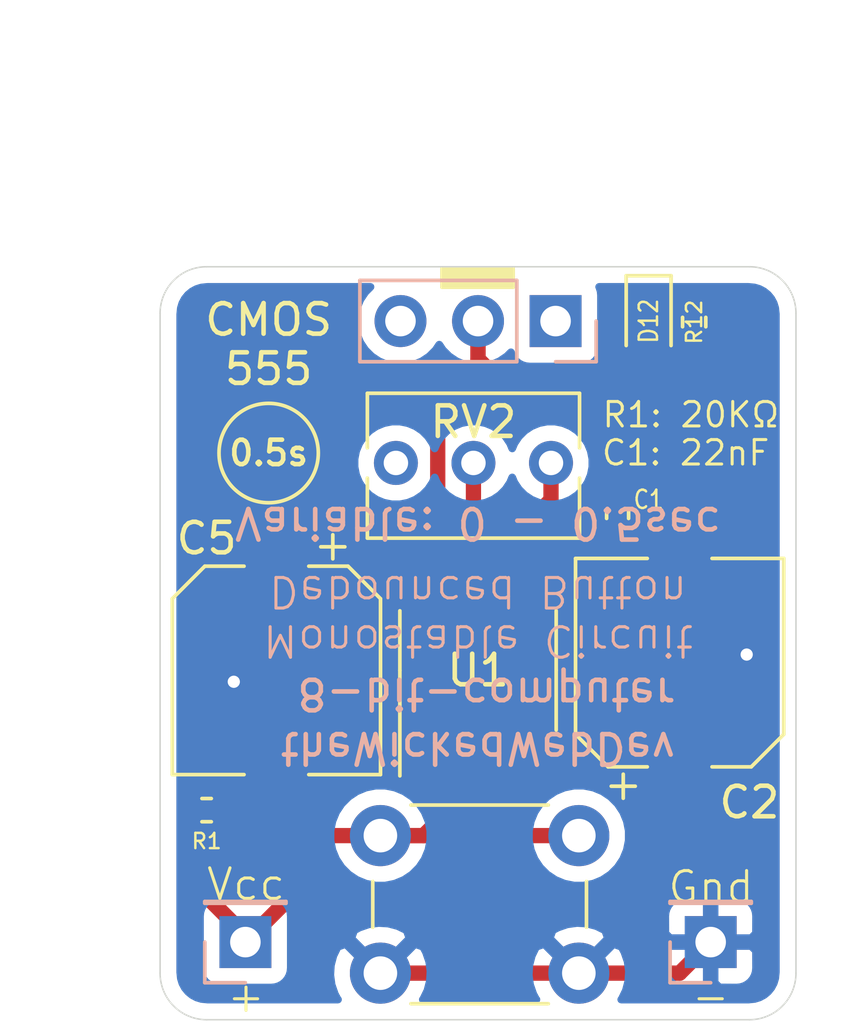
<source format=kicad_pcb>
(kicad_pcb (version 20211014) (generator pcbnew)
  (layers (0 "F.Cu" signal) (31 "B.Cu" signal) (34 "B.Paste" user) (35 "F.Paste" user) (36 "B.SilkS" user "B.Silkscreen") (37 "F.SilkS" user "F.Silkscreen") (38 "B.Mask" user) (39 "F.Mask" user) (44 "Edge.Cuts" user))
  (net 0 "")
  (net 1 "VCC")
  (net 2 "GND")
  (net 3 "Net-(C1-Pad1)")
  (net 4 "Net-(C2-Pad1)")
  (net 5 "CLOCK")
  (net 6 "Net-(D12-Pad1)")
  (net 7 "Net-(R1-Pad2)")
  (net 8 "Net-(RV2-Pad3)")
  (net 9 "Net-(J2-Pad3)")
  (net 10 "Net-(J2-Pad1)")
  (footprint "Capacitor_SMD:C_0402_1005Metric" (layer "F.Cu") (at 215.392 83.058 90)
    (fp_text reference "C1" (at 0.508 1.016 180) (layer "F.SilkS") (effects (font (size 0.6 0.5) (thickness 0.08))))
    (fp_text value "0402B102K500NT")
    (fp_line (start -0.107836 0.36) (end 0.107836 0.36) (layer "F.SilkS") (width 0.12))
    (fp_line (start -0.107836 -0.36) (end 0.107836 -0.36) (layer "F.SilkS") (width 0.12))
    (pad "1" smd roundrect locked (at -0.48 0 90) (size 0.56 0.62) (layers "F.Cu" "F.Paste" "F.Mask") (net 3 "Net-(C1-Pad1)"))
    (pad "2" smd roundrect locked (at 0.48 0 90) (size 0.56 0.62) (layers "F.Cu" "F.Paste" "F.Mask") (net 2 "GND"))
  )
  (footprint "Capacitor_SMD:CP_Elec_6.3x5.4" (layer "F.Cu") (at 217.424 87.884 90)
    (fp_text reference "C2" (at -4.572 2.286) (layer "F.SilkS"))
    (fp_text value "CS1V220M-CRE54")
    (fp_line (start -2.345563 -3.41) (end 3.41 -3.41) (layer "F.SilkS") (width 0.12))
    (fp_line (start 3.41 3.41) (end 3.41 1.06) (layer "F.SilkS") (width 0.12))
    (fp_line (start -3.41 -2.345563) (end -2.345563 -3.41) (layer "F.SilkS") (width 0.12))
    (fp_line (start -4.4375 -1.8475) (end -3.65 -1.8475) (layer "F.SilkS") (width 0.12))
    (fp_line (start -3.41 -2.345563) (end -3.41 -1.06) (layer "F.SilkS") (width 0.12))
    (fp_line (start 3.41 -3.41) (end 3.41 -1.06) (layer "F.SilkS") (width 0.12))
    (fp_line (start -3.41 2.345563) (end -3.41 1.06) (layer "F.SilkS") (width 0.12))
    (fp_line (start -4.04375 -2.24125) (end -4.04375 -1.45375) (layer "F.SilkS") (width 0.12))
    (fp_line (start -3.41 2.345563) (end -2.345563 3.41) (layer "F.SilkS") (width 0.12))
    (fp_line (start -2.345563 3.41) (end 3.41 3.41) (layer "F.SilkS") (width 0.12))
    (pad "1" smd roundrect locked (at -2.8 0 90) (size 3.5 1.6) (layers "F.Cu" "F.Paste" "F.Mask") (roundrect_rratio 0.15625) (net 4 "Net-(C2-Pad1)"))
    (pad "2" smd roundrect locked (at 2.8 0 90) (size 3.5 1.6) (layers "F.Cu" "F.Paste" "F.Mask") (roundrect_rratio 0.15625) (net 2 "GND"))
  )
  (footprint "Capacitor_SMD:CP_Elec_6.3x7.7" (layer "F.Cu") (at 204.216 88.138 -90)
    (fp_text reference "C5" (at -4.318 2.286 180) (layer "F.SilkS"))
    (fp_text value "CS1A471M-CRE77")
    (fp_line (start -2.345563 -3.41) (end 3.41 -3.41) (layer "F.SilkS") (width 0.12))
    (fp_line (start -3.41 -2.345563) (end -3.41 -1.06) (layer "F.SilkS") (width 0.12))
    (fp_line (start 3.41 -3.41) (end 3.41 -1.06) (layer "F.SilkS") (width 0.12))
    (fp_line (start -4.4375 -1.8475) (end -3.65 -1.8475) (layer "F.SilkS") (width 0.12))
    (fp_line (start -3.41 2.345563) (end -3.41 1.06) (layer "F.SilkS") (width 0.12))
    (fp_line (start -2.345563 3.41) (end 3.41 3.41) (layer "F.SilkS") (width 0.12))
    (fp_line (start -4.04375 -2.24125) (end -4.04375 -1.45375) (layer "F.SilkS") (width 0.12))
    (fp_line (start 3.41 3.41) (end 3.41 1.06) (layer "F.SilkS") (width 0.12))
    (fp_line (start -3.41 2.345563) (end -2.345563 3.41) (layer "F.SilkS") (width 0.12))
    (fp_line (start -3.41 -2.345563) (end -2.345563 -3.41) (layer "F.SilkS") (width 0.12))
    (pad "1" smd roundrect locked (at -2.7 0 270) (size 3.5 1.6) (layers "F.Cu" "F.Paste" "F.Mask") (roundrect_rratio 0.15625) (net 1 "VCC"))
    (pad "2" smd roundrect locked (at 2.7 0 270) (size 3.5 1.6) (layers "F.Cu" "F.Paste" "F.Mask") (roundrect_rratio 0.15625) (net 2 "GND"))
  )
  (footprint "LED_SMD:LED_0603_1608Metric" (layer "F.Cu") (at 216.408 76.708 -90)
    (fp_text reference "D12" (at 0 0 90) (layer "F.SilkS") (effects (font (size 0.6 0.5) (thickness 0.08))))
    (fp_text value "19-217/BHC-ZL1M2RY/3T")
    (fp_line (start 0.8 -0.735) (end -1.485 -0.735) (layer "F.SilkS") (width 0.12))
    (fp_line (start -1.485 0.735) (end 0.8 0.735) (layer "F.SilkS") (width 0.12))
    (fp_line (start -1.485 -0.735) (end -1.485 0.735) (layer "F.SilkS") (width 0.12))
    (pad "1" smd roundrect locked (at -0.7875 0 270) (size 0.875 0.95) (layers "F.Cu" "F.Paste" "F.Mask") (net 6 "Net-(D12-Pad1)"))
    (pad "2" smd roundrect locked (at 0.7875 0 270) (size 0.875 0.95) (layers "F.Cu" "F.Paste" "F.Mask") (net 5 "CLOCK"))
  )
  (footprint "Resistor_SMD:R_0402_1005Metric" (layer "F.Cu") (at 217.9 76.74 -90)
    (fp_text reference "R12" (at 0 0 -90) (layer "F.SilkS") (effects (font (size 0.5 0.5) (thickness 0.08))))
    (fp_text value "0402WGF1001TCE")
    (fp_line (start -0.153641 -0.38) (end 0.153641 -0.38) (layer "F.SilkS") (width 0.12))
    (fp_line (start -0.153641 0.38) (end 0.153641 0.38) (layer "F.SilkS") (width 0.12))
    (pad "1" smd roundrect locked (at -0.51 0 270) (size 0.54 0.64) (layers "F.Cu" "F.Paste" "F.Mask") (net 6 "Net-(D12-Pad1)"))
    (pad "2" smd roundrect locked (at 0.51 0 270) (size 0.54 0.64) (layers "F.Cu" "F.Paste" "F.Mask") (net 2 "GND"))
  )
  (footprint "Package_SO:SOIC-8_3.9x4.9mm_P1.27mm" (layer "F.Cu") (at 210.82 88.138 90)
    (fp_text reference "U1" (at 0 0 180) (layer "F.SilkS"))
    (fp_text value "LMC555CMX/NOPB")
    (fp_line (start 0 -2.56) (end 1.95 -2.56) (layer "F.SilkS") (width 0.12))
    (fp_line (start 0 2.56) (end -1.95 2.56) (layer "F.SilkS") (width 0.12))
    (fp_line (start 0 2.56) (end 1.95 2.56) (layer "F.SilkS") (width 0.12))
    (fp_line (start 0 -2.56) (end -3.45 -2.56) (layer "F.SilkS") (width 0.12))
    (pad "1" smd roundrect locked (at -2.475 -1.905 90) (size 1.95 0.6) (layers "F.Cu" "F.Paste" "F.Mask") (net 2 "GND"))
    (pad "2" smd roundrect locked (at -2.475 -0.635 90) (size 1.95 0.6) (layers "F.Cu" "F.Paste" "F.Mask") (net 7 "Net-(R1-Pad2)"))
    (pad "3" smd roundrect locked (at -2.475 0.635 90) (size 1.95 0.6) (layers "F.Cu" "F.Paste" "F.Mask") (net 5 "CLOCK"))
    (pad "4" smd roundrect locked (at -2.475 1.905 90) (size 1.95 0.6) (layers "F.Cu" "F.Paste" "F.Mask") (net 1 "VCC"))
    (pad "5" smd roundrect locked (at 2.475 1.905 90) (size 1.95 0.6) (layers "F.Cu" "F.Paste" "F.Mask") (net 3 "Net-(C1-Pad1)"))
    (pad "6" smd roundrect locked (at 2.475 0.635 90) (size 1.95 0.6) (layers "F.Cu" "F.Paste" "F.Mask") (net 4 "Net-(C2-Pad1)"))
    (pad "7" smd roundrect locked (at 2.475 -0.635 90) (size 1.95 0.6) (layers "F.Cu" "F.Paste" "F.Mask") (net 4 "Net-(C2-Pad1)"))
    (pad "8" smd roundrect locked (at 2.475 -1.905 90) (size 1.95 0.6) (layers "F.Cu" "F.Paste" "F.Mask") (net 1 "VCC"))
  )
  (footprint "Resistor_SMD:R_0402_1005Metric" (layer "F.Cu") (at 201.93 92.71)
    (fp_text reference "R1" (at 0 1.016) (layer "F.SilkS") (effects (font (size 0.5 0.5) (thickness 0.08))))
    (fp_text value "0402WGF1002TCE")
    (fp_line (start -0.153641 0.38) (end 0.153641 0.38) (layer "F.SilkS") (width 0.12))
    (fp_line (start -0.153641 -0.38) (end 0.153641 -0.38) (layer "F.SilkS") (width 0.12))
    (pad "1" smd roundrect locked (at -0.51 0) (size 0.54 0.64) (layers "F.Cu" "F.Paste" "F.Mask") (net 1 "VCC"))
    (pad "2" smd roundrect locked (at 0.51 0) (size 0.54 0.64) (layers "F.Cu" "F.Paste" "F.Mask") (net 7 "Net-(R1-Pad2)"))
  )
  (footprint "Potentiometer_THT:Potentiometer_Bourns_3266Y_Vertical" (layer "F.Cu") (at 213.21 81.35)
    (fp_text reference "RV2" (at -2.54 -1.34) (layer "F.SilkS"))
    (fp_text value "3296W-1-203")
    (fp_line (start 0.935 0.496) (end 0.935 2.46) (layer "F.SilkS") (width 0.12))
    (fp_line (start -6.015 2.46) (end 0.935 2.46) (layer "F.SilkS") (width 0.12))
    (fp_line (start -6.015 0.496) (end -6.015 2.46) (layer "F.SilkS") (width 0.12))
    (fp_line (start -6.015 -2.28) (end -6.015 -0.494) (layer "F.SilkS") (width 0.12))
    (fp_line (start 0.935 -2.28) (end 0.935 -0.494) (layer "F.SilkS") (width 0.12))
    (fp_line (start -6.015 -2.28) (end 0.935 -2.28) (layer "F.SilkS") (width 0.12))
    (pad "1" thru_hole circle locked (at 0 0) (size 1.44 1.44) (drill 0.8) (layers *.Cu *.Mask) (net 4 "Net-(C2-Pad1)"))
    (pad "2" thru_hole circle locked (at -2.54 0) (size 1.44 1.44) (drill 0.8) (layers *.Cu *.Mask) (net 1 "VCC"))
    (pad "3" thru_hole circle locked (at -5.08 0) (size 1.44 1.44) (drill 0.8) (layers *.Cu *.Mask) (net 8 "Net-(RV2-Pad3)"))
  )
  (footprint "Button_Switch_THT:SW_PUSH_6mm" (layer "F.Cu") (at 214.122 98.044 180)
    (fp_text reference "SW1" hide)
    (fp_text value "sw-push")
    (fp_line (start 5.5 -1) (end 1 -1) (layer "F.SilkS") (width 0.12))
    (fp_line (start 6.75 3) (end 6.75 1.5) (layer "F.SilkS") (width 0.12))
    (fp_line (start -0.25 1.5) (end -0.25 3) (layer "F.SilkS") (width 0.12))
    (fp_line (start 1 5.5) (end 5.5 5.5) (layer "F.SilkS") (width 0.12))
    (pad "1" thru_hole circle locked (at 0 0 270) (size 2 2) (drill 1.1) (layers *.Cu *.Mask) (net 2 "GND"))
    (pad "1" thru_hole circle locked (at 6.5 0 270) (size 2 2) (drill 1.1) (layers *.Cu *.Mask) (net 2 "GND"))
    (pad "2" thru_hole circle locked (at 0 4.5 270) (size 2 2) (drill 1.1) (layers *.Cu *.Mask) (net 7 "Net-(R1-Pad2)"))
    (pad "2" thru_hole circle locked (at 6.5 4.5 270) (size 2 2) (drill 1.1) (layers *.Cu *.Mask) (net 7 "Net-(R1-Pad2)"))
  )
  (footprint "Connector_PinHeader_2.54mm:PinHeader_1x03_P2.54mm_Vertical" (layer "B.Cu") (at 213.36 76.708 90)
    (fp_text reference "J2" hide)
    (fp_text value "Conn_01x03")
    (fp_line (start -1.33 -1.27) (end 1.33 -1.27) (layer "B.SilkS") (width 0.12))
    (fp_line (start 1.33 -1.27) (end 1.33 -6.41) (layer "B.SilkS") (width 0.12))
    (fp_line (start -1.33 0) (end -1.33 1.33) (layer "B.SilkS") (width 0.12))
    (fp_line (start -1.33 -6.41) (end 1.33 -6.41) (layer "B.SilkS") (width 0.12))
    (fp_line (start -1.33 -1.27) (end -1.33 -6.41) (layer "B.SilkS") (width 0.12))
    (fp_line (start -1.33 1.33) (end 0 1.33) (layer "B.SilkS") (width 0.12))
    (pad "1" thru_hole rect locked (at 0 0 90) (size 1.7 1.7) (drill 1) (layers *.Cu *.Mask) (net 10 "Net-(J2-Pad1)"))
    (pad "2" thru_hole oval locked (at 0 -2.54 90) (size 1.7 1.7) (drill 1) (layers *.Cu *.Mask) (net 5 "CLOCK"))
    (pad "3" thru_hole oval locked (at 0 -5.08 90) (size 1.7 1.7) (drill 1) (layers *.Cu *.Mask) (net 9 "Net-(J2-Pad3)"))
  )
  (footprint "Connector_PinHeader_2.54mm:PinHeader_1x01_P2.54mm_Vertical" (layer "B.Cu") (at 203.2 97.028)
    (fp_text reference "J3" hide)
    (fp_text value "Conn_01x01")
    (fp_line (start -1.33 -1.27) (end -1.33 -1.33) (layer "B.SilkS") (width 0.12))
    (fp_line (start -1.33 -1.27) (end 1.33 -1.27) (layer "B.SilkS") (width 0.12))
    (fp_line (start -1.33 -1.33) (end 1.33 -1.33) (layer "B.SilkS") (width 0.12))
    (fp_line (start -1.33 0) (end -1.33 1.33) (layer "B.SilkS") (width 0.12))
    (fp_line (start 1.33 -1.27) (end 1.33 -1.33) (layer "B.SilkS") (width 0.12))
    (fp_line (start -1.33 1.33) (end 0 1.33) (layer "B.SilkS") (width 0.12))
    (pad "1" thru_hole rect locked (at 0 0) (size 1.7 1.7) (drill 1) (layers *.Cu *.Mask) (net 1 "VCC"))
  )
  (footprint "Connector_PinHeader_2.54mm:PinHeader_1x01_P2.54mm_Vertical" (layer "B.Cu") (at 218.44 97.028)
    (fp_text reference "J4" hide)
    (fp_text value "Conn_01x01")
    (fp_line (start -1.33 -1.33) (end 1.33 -1.33) (layer "B.SilkS") (width 0.12))
    (fp_line (start 1.33 -1.27) (end 1.33 -1.33) (layer "B.SilkS") (width 0.12))
    (fp_line (start -1.33 -1.27) (end 1.33 -1.27) (layer "B.SilkS") (width 0.12))
    (fp_line (start -1.33 1.33) (end 0 1.33) (layer "B.SilkS") (width 0.12))
    (fp_line (start -1.33 -1.27) (end -1.33 -1.33) (layer "B.SilkS") (width 0.12))
    (fp_line (start -1.33 0) (end -1.33 1.33) (layer "B.SilkS") (width 0.12))
    (pad "1" thru_hole rect locked (at 0 0) (size 1.7 1.7) (drill 1) (layers *.Cu *.Mask) (net 2 "GND"))
  )
  (gr_circle (center 203.962 81.026) (end 205.232 82.042) (layer "F.SilkS") (width 0.12) (fill none))
  (gr_poly (pts (xy 211.98 75.61) (xy 209.63 75.61) (xy 209.63 74.98) (xy 211.98 74.98)) (layer "F.SilkS") (width 0.1) (fill solid))
  (gr_arc (start 219.71 74.93) (mid 220.787631 75.376369) (end 221.234 76.454) (layer "Edge.Cuts") (width 0.05))
  (gr_arc (start 221.234 98.044) (mid 220.787631 99.121631) (end 219.71 99.568) (layer "Edge.Cuts") (width 0.05))
  (gr_arc (start 201.93 99.568) (mid 200.852369 99.121631) (end 200.406 98.044) (layer "Edge.Cuts") (width 0.05))
  (gr_line (start 221.234 98.044) (end 221.234 76.454) (layer "Edge.Cuts") (width 0.05))
  (gr_line (start 219.71 74.93) (end 201.93 74.93) (layer "Edge.Cuts") (width 0.05))
  (gr_line (start 200.406 76.454) (end 200.406 98.044) (layer "Edge.Cuts") (width 0.05))
  (gr_line (start 201.93 99.568) (end 219.71 99.568) (layer "Edge.Cuts") (width 0.05))
  (gr_arc (start 200.406 76.454) (mid 200.852369 75.376369) (end 201.93 74.93) (layer "Edge.Cuts") (width 0.05))
  (gr_text "theWickedWebDev" (at 210.82 90.678 180) (layer "B.SilkS") (effects (font (size 1 1)) (justify mirror)))
  (gr_text "8-bit-computer" (at 211.074 88.9 180) (layer "B.SilkS") (effects (font (size 1 1)) (justify mirror)))
  (gr_text "Monostable Circuit\nDebounced Button" (at 210.82 86.36 180) (layer "B.SilkS") (effects (font (size 1 1) (thickness 0.1)) (justify mirror)))
  (gr_text "Variable: 0 - 0.5sec" (at 210.82 83.312 180) (layer "B.SilkS") (effects (font (size 1 1)) (justify mirror)))
  (gr_text "CMOS\n555" (at 203.962 77.47) (layer "F.SilkS") (effects (font (size 1 1))))
  (gr_text "Gnd" (at 218.45 95.23) (layer "F.SilkS") (effects (font (size 1 1) (thickness 0.1))))
  (gr_text "Vcc" (at 203.22 95.14) (layer "F.SilkS") (effects (font (size 1 1) (thickness 0.1))))
  (gr_text "R1: 20KΩ" (at 217.792 79.774) (layer "F.SilkS") (effects (font (size 0.8 0.8) (thickness 0.1))))
  (gr_text "C1: 22nF" (at 217.62 81.02) (layer "F.SilkS") (effects (font (size 0.8 0.8) (thickness 0.1))))
  (gr_text "+" (at 203.22 98.806) (layer "F.SilkS") (effects (font (size 1 1) (thickness 0.1))))
  (gr_text "-" (at 218.44 98.806) (layer "F.SilkS") (effects (font (size 1 1) (thickness 0.1))))
  (gr_text "0.5s" (at 203.962 81.026) (layer "F.SilkS") (effects (font (size 0.8 0.8))))
  (segment (start 216.08 92.69) (end 216.08 94.96) (width 0.5) (layer "F.Cu") (net 1))
  (segment (start 203.2 97.028) (end 203.2 96.81) (width 0.5) (layer "F.Cu") (net 1))
  (segment (start 201.42 95.03) (end 201.42 92.71) (width 0.5) (layer "F.Cu") (net 1))
  (segment (start 203.2 96.81) (end 201.42 95.03) (width 0.5) (layer "F.Cu") (net 1))
  (segment (start 216.08 94.96) (end 215.24 95.8) (width 0.5) (layer "F.Cu") (net 1))
  (segment (start 208.915 84.585) (end 210.67 82.83) (width 0.5) (layer "F.Cu") (net 1))
  (segment (start 212.725 89.495) (end 212.725 89.645) (width 0.5) (layer "F.Cu") (net 1))
  (segment (start 208.915 85.663) (end 208.915 84.585) (width 0.5) (layer "F.Cu") (net 1))
  (segment (start 210.67 82.83) (end 210.67 81.35) (width 0.5) (layer "F.Cu") (net 1))
  (segment (start 210.93 87.7) (end 212.725 89.495) (width 0.5) (layer "F.Cu") (net 1))
  (segment (start 208.915 85.663) (end 208.915 86.855) (width 0.5) (layer "F.Cu") (net 1))
  (segment (start 201.42 88.234) (end 201.42 92.71) (width 0.5) (layer "F.Cu") (net 1))
  (segment (start 204.216 85.438) (end 201.42 88.234) (width 0.5) (layer "F.Cu") (net 1))
  (segment (start 212.725 90.613) (end 214.003 90.613) (width 0.5) (layer "F.Cu") (net 1))
  (segment (start 204.441 85.663) (end 204.216 85.438) (width 0.5) (layer "F.Cu") (net 1))
  (segment (start 204.428 95.8) (end 203.2 97.028) (width 0.5) (layer "F.Cu") (net 1))
  (segment (start 208.915 86.855) (end 209.76 87.7) (width 0.5) (layer "F.Cu") (net 1))
  (segment (start 212.725 90.613) (end 212.725 89.645) (width 0.5) (layer "F.Cu") (net 1))
  (segment (start 209.76 87.7) (end 210.93 87.7) (width 0.5) (layer "F.Cu") (net 1))
  (segment (start 214.003 90.613) (end 216.08 92.69) (width 0.5) (layer "F.Cu") (net 1))
  (segment (start 215.24 95.8) (end 204.428 95.8) (width 0.5) (layer "F.Cu") (net 1))
  (segment (start 215.392 82.578) (end 215.702 82.578) (width 0.5) (layer "F.Cu") (net 2))
  (segment (start 217.424 85.084) (end 219.58 87.24) (width 0.5) (layer "F.Cu") (net 2))
  (segment (start 207.622 98.044) (end 214.122 98.044) (width 0.5) (layer "F.Cu") (net 2))
  (segment (start 217.424 98.044) (end 218.44 97.028) (width 0.5) (layer "F.Cu") (net 2))
  (segment (start 214.122 98.044) (end 217.424 98.044) (width 0.5) (layer "F.Cu") (net 2))
  (segment (start 219.58 87.58) (end 219.62 87.62) (width 0.5) (layer "F.Cu") (net 2))
  (segment (start 202.83 89.452) (end 202.83 88.52) (width 0.5) (layer "F.Cu") (net 2))
  (segment (start 215.702 82.578) (end 217.424 84.3) (width 0.5) (layer "F.Cu") (net 2))
  (segment (start 217.9 79.04) (end 215.392 81.548) (width 0.5) (layer "F.Cu") (net 2))
  (segment (start 202.83 88.52) (end 202.82 88.51) (width 0.5) (layer "F.Cu") (net 2))
  (segment (start 215.392 81.548) (end 215.392 82.578) (width 0.5) (layer "F.Cu") (net 2))
  (segment (start 217.424 84.3) (end 217.424 85.084) (width 0.5) (layer "F.Cu") (net 2))
  (segment (start 217.9 77.25) (end 217.9 79.04) (width 0.5) (layer "F.Cu") (net 2))
  (segment (start 208.915 90.613) (end 204.441 90.613) (width 0.5) (layer "F.Cu") (net 2))
  (segment (start 204.441 90.613) (end 204.216 90.838) (width 0.5) (layer "F.Cu") (net 2))
  (segment (start 219.58 87.24) (end 219.58 87.58) (width 0.5) (layer "F.Cu") (net 2))
  (segment (start 204.216 90.838) (end 202.83 89.452) (width 0.5) (layer "F.Cu") (net 2))
  (via (at 202.82 88.51) (size 0.8) (drill 0.4) (layers "F.Cu" "B.Cu") (net 2))
  (via (at 219.62 87.62) (size 0.8) (drill 0.4) (layers "F.Cu" "B.Cu") (net 2))
  (segment (start 213.267 85.663) (end 215.392 83.538) (width 0.5) (layer "F.Cu") (net 3))
  (segment (start 212.725 85.663) (end 213.267 85.663) (width 0.5) (layer "F.Cu") (net 3))
  (segment (start 211.455 84.315) (end 213.21 82.56) (width 0.5) (layer "F.Cu") (net 4))
  (segment (start 214.92 88.18) (end 217.424 90.684) (width 0.5) (layer "F.Cu") (net 4))
  (segment (start 212.63 88.18) (end 214.92 88.18) (width 0.5) (layer "F.Cu") (net 4))
  (segment (start 213.21 82.56) (end 213.21 81.35) (width 0.5) (layer "F.Cu") (net 4))
  (segment (start 211.455 85.663) (end 211.455 87.005) (width 0.5) (layer "F.Cu") (net 4))
  (segment (start 211.455 87.005) (end 212.63 88.18) (width 0.5) (layer "F.Cu") (net 4))
  (segment (start 211.455 85.663) (end 211.455 84.315) (width 0.5) (layer "F.Cu") (net 4))
  (segment (start 210.185 85.663) (end 211.455 85.663) (width 0.5) (layer "F.Cu") (net 4))
  (segment (start 210.442 76.708) (end 210.82 76.708) (width 0.5) (layer "F.Cu") (net 5))
  (segment (start 211.29 78.42) (end 210.82 77.95) (width 0.5) (layer "F.Cu") (net 5))
  (segment (start 210.82 77.95) (end 210.82 76.708) (width 0.5) (layer "F.Cu") (net 5))
  (segment (start 216.408 77.4955) (end 215.4835 78.42) (width 0.5) (layer "F.Cu") (net 5))
  (segment (start 210.82 76.708) (end 210.82 78.12) (width 0.5) (layer "F.Cu") (net 5))
  (segment (start 210.82 78.12) (end 209.499999 79.440001) (width 0.5) (layer "F.Cu") (net 5))
  (segment (start 211.455 89.585) (end 210.62 88.75) (width 0.5) (layer "F.Cu") (net 5))
  (segment (start 208.45 88.75) (end 207.635 87.935) (width 0.5) (layer "F.Cu") (net 5))
  (segment (start 211.455 90.613) (end 211.455 89.585) (width 0.5) (layer "F.Cu") (net 5))
  (segment (start 215.4835 78.42) (end 211.29 78.42) (width 0.5) (layer "F.Cu") (net 5))
  (segment (start 209.499999 82.270001) (end 207.635 84.135) (width 0.5) (layer "F.Cu") (net 5))
  (segment (start 207.635 84.135) (end 207.635 87.935) (width 0.5) (layer "F.Cu") (net 5))
  (segment (start 210.62 88.75) (end 208.45 88.75) (width 0.5) (layer "F.Cu") (net 5))
  (segment (start 209.499999 79.440001) (end 209.499999 82.270001) (width 0.5) (layer "F.Cu") (net 5))
  (segment (start 217.9 76.23) (end 216.7175 76.23) (width 0.5) (layer "F.Cu") (net 6))
  (segment (start 216.7175 76.23) (end 216.408 75.9205) (width 0.5) (layer "F.Cu") (net 6))
  (segment (start 202.44 92.71) (end 202.44 92.87) (width 0.5) (layer "F.Cu") (net 7))
  (segment (start 210.185 92.395213) (end 210.185 90.613) (width 0.5) (layer "F.Cu") (net 7))
  (segment (start 214.122 93.544) (end 207.622 93.544) (width 0.5) (layer "F.Cu") (net 7))
  (segment (start 203.114 93.544) (end 207.622 93.544) (width 0.5) (layer "F.Cu") (net 7))
  (segment (start 207.622 93.544) (end 209.036213 93.544) (width 0.5) (layer "F.Cu") (net 7))
  (segment (start 209.036213 93.544) (end 210.185 92.395213) (width 0.5) (layer "F.Cu") (net 7))
  (segment (start 202.44 92.87) (end 203.114 93.544) (width 0.5) (layer "F.Cu") (net 7))
  (zone (net 2) (net_name "GND") (layer "B.Cu") (connect_pads (clearance 0.508)) (min_thickness 0.254) (fill yes (thermal_gap 0.508) (thermal_bridge_width 0.508))
    (polygon (pts (xy 201.55 74.75) (xy 220.21 74.75) (xy 221.49 76.03) (xy 221.49 98.4) (xy 220.18 99.71) (xy 201.49 99.71) (xy 200.3 98.52) (xy 200.33 75.88) (xy 201.55 74.66)))
  )
)
</source>
